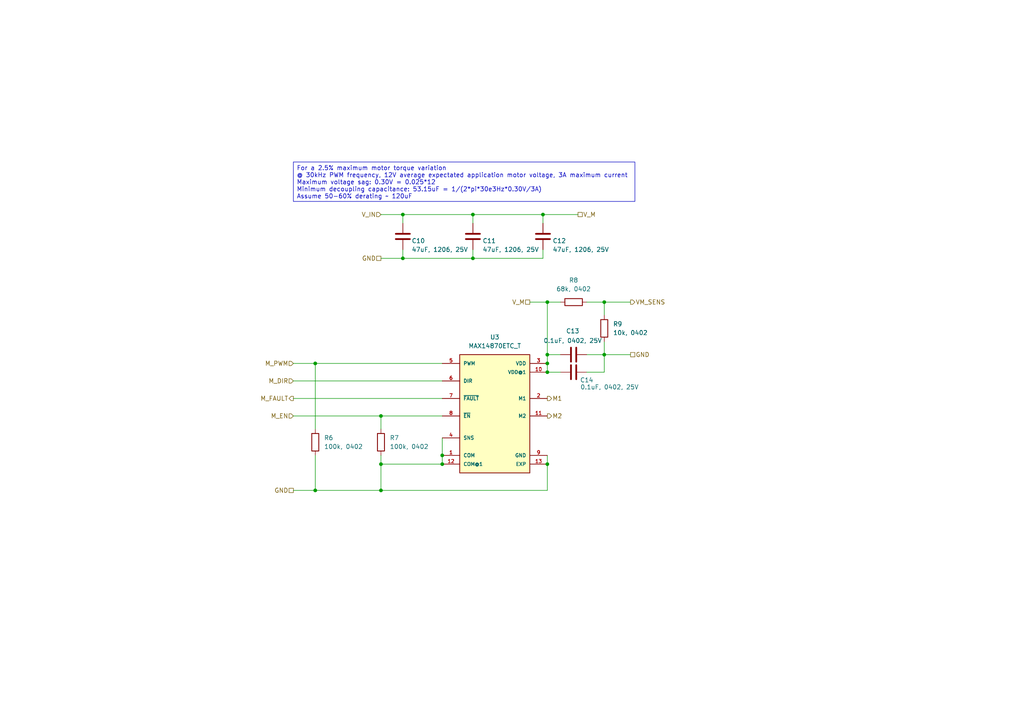
<source format=kicad_sch>
(kicad_sch (version 20250114) (generator "eeschema") (generator_version "9.0")
  (paper "A4")
  (lib_symbols
    (symbol "Device:C" (pin_numbers (hide yes)) (pin_names (offset 0.254))
      (property "Reference" "C" (at 0.635 2.54 0))
      (property "Value" "C" (at 0.635 -2.54 0))
      (symbol "C_0_1"
        (polyline (pts (xy -2.032 0.762) (xy 2.032 0.762)) (stroke (width 0.508)))
        (polyline (pts (xy -2.032 -0.762) (xy 2.032 -0.762)) (stroke (width 0.508)))
      )
      (symbol "C_1_1"
        (pin passive line (at 0 3.81 270) (length 2.794) (name "~") (number "1"))
        (pin passive line (at 0 -3.81 90) (length 2.794) (name "~") (number "2"))
      )
    )
    (symbol "Device:R" (pin_numbers (hide yes)) (pin_names (offset 0))
      (property "Reference" "R" (at 2.032 0 90))
      (property "Value" "R" (at 0 0 90))
      (symbol "R_0_1"
        (rectangle (start -1.016 -2.54) (end 1.016 2.54) (stroke (width 0.254)))
      )
      (symbol "R_1_1"
        (pin passive line (at 0 3.81 270) (length 1.27) (name "~") (number "1"))
        (pin passive line (at 0 -3.81 90) (length 1.27) (name "~") (number "2"))
      )
    )
    (symbol "MAX14870ETC_T:MAX14870ETC_T" (pin_names (offset 1.016))
      (property "Reference" "U5" (at 0 20.32 0))
      (property "Value" "MAX14870ETC_T" (at 0 17.78 0))
      (symbol "MAX14870ETC_T_0_0"
        (rectangle (start -10.16 15.24) (end 10.16 -19.05) (stroke (width 0.254)) (fill (type background)))
        (pin input line (at -15.24 12.7 0) (length 5.08) (name "PWM") (number "5"))
        (pin input line (at -15.24 7.62 0) (length 5.08) (name "DIR") (number "6"))
        (pin output line (at -15.24 2.54 0) (length 5.08) (name "~{FAULT}") (number "7"))
        (pin input line (at -15.24 -2.54 0) (length 5.08) (name "~{EN}") (number "8"))
        (pin input line (at -15.24 -8.89 0) (length 5.08) (name "SNS") (number "4"))
        (pin output line (at -15.24 -13.97 0) (length 5.08) (name "COM") (number "1"))
        (pin output line (at -15.24 -16.51 0) (length 5.08) (name "COM@1") (number "12"))
        (pin power_in line (at 15.24 12.7 180) (length 5.08) (name "VDD") (number "3"))
        (pin power_in line (at 15.24 10.16 180) (length 5.08) (name "VDD@1") (number "10"))
        (pin output line (at 15.24 2.54 180) (length 5.08) (name "M1") (number "2"))
        (pin output line (at 15.24 -2.54 180) (length 5.08) (name "M2") (number "11"))
        (pin power_in line (at 15.24 -13.97 180) (length 5.08) (name "GND") (number "9"))
        (pin power_in line (at 15.24 -16.51 180) (length 5.08) (name "EXP") (number "13"))
      )
    )
  )
  (text_box "For a 2.5% maximum motor torque variation\n@ 30kHz PWM frequency, 12V average expectated application motor voltage, 3A maximum current\nMaximum voltage sag: 0.30V = 0.025*12\nMinimum decoupling capacitance: 53.15uF = 1/(2*pi*30e3Hz*0.30V/3A)\nAssume 50-60% derating ~ 120uF" (at 85.09 46.99 0) (size 99.06 11.43) (margins 0.9525 0.9525 0.9525 0.9525) (effects (font (size 1.27 1.27)) (justify left top)))
  (junction (at 158.75 134.62))
  (junction (at 128.27 132.08))
  (junction (at 110.49 134.62))
  (junction (at 158.75 102.87))
  (junction (at 137.16 62.23))
  (junction (at 158.75 105.41))
  (junction (at 158.75 87.63))
  (junction (at 116.84 62.23))
  (junction (at 110.49 142.24))
  (junction (at 91.44 142.24))
  (junction (at 175.26 102.87))
  (junction (at 158.75 107.95))
  (junction (at 116.84 74.93))
  (junction (at 128.27 134.62))
  (junction (at 175.26 87.63))
  (junction (at 91.44 105.41))
  (junction (at 157.48 62.23))
  (junction (at 110.49 120.65))
  (junction (at 137.16 74.93))
  (wire (pts (xy 137.16 72.39) (xy 137.16 74.93)))
  (wire (pts (xy 91.44 142.24) (xy 91.44 132.08)))
  (wire (pts (xy 110.49 134.62) (xy 110.49 142.24)))
  (wire (pts (xy 85.09 110.49) (xy 128.27 110.49)))
  (wire (pts (xy 116.84 74.93) (xy 137.16 74.93)))
  (wire (pts (xy 162.56 107.95) (xy 158.75 107.95)))
  (wire (pts (xy 137.16 74.93) (xy 157.48 74.93)))
  (wire (pts (xy 116.84 72.39) (xy 116.84 74.93)))
  (wire (pts (xy 110.49 132.08) (xy 110.49 134.62)))
  (wire (pts (xy 170.18 102.87) (xy 175.26 102.87)))
  (wire (pts (xy 137.16 62.23) (xy 157.48 62.23)))
  (wire (pts (xy 110.49 134.62) (xy 128.27 134.62)))
  (wire (pts (xy 158.75 102.87) (xy 162.56 102.87)))
  (wire (pts (xy 128.27 132.08) (xy 128.27 134.62)))
  (wire (pts (xy 175.26 87.63) (xy 175.26 91.44)))
  (wire (pts (xy 110.49 142.24) (xy 91.44 142.24)))
  (wire (pts (xy 175.26 102.87) (xy 182.88 102.87)))
  (wire (pts (xy 110.49 62.23) (xy 116.84 62.23)))
  (wire (pts (xy 110.49 74.93) (xy 116.84 74.93)))
  (wire (pts (xy 110.49 120.65) (xy 128.27 120.65)))
  (wire (pts (xy 175.26 107.95) (xy 175.26 102.87)))
  (wire (pts (xy 91.44 105.41) (xy 91.44 124.46)))
  (wire (pts (xy 170.18 107.95) (xy 175.26 107.95)))
  (wire (pts (xy 158.75 105.41) (xy 158.75 107.95)))
  (wire (pts (xy 85.09 105.41) (xy 91.44 105.41)))
  (wire (pts (xy 110.49 142.24) (xy 158.75 142.24)))
  (wire (pts (xy 157.48 64.77) (xy 157.48 62.23)))
  (wire (pts (xy 85.09 120.65) (xy 110.49 120.65)))
  (wire (pts (xy 175.26 99.06) (xy 175.26 102.87)))
  (wire (pts (xy 85.09 115.57) (xy 128.27 115.57)))
  (wire (pts (xy 158.75 102.87) (xy 158.75 105.41)))
  (wire (pts (xy 158.75 132.08) (xy 158.75 134.62)))
  (wire (pts (xy 110.49 120.65) (xy 110.49 124.46)))
  (wire (pts (xy 128.27 127) (xy 128.27 132.08)))
  (wire (pts (xy 158.75 87.63) (xy 162.56 87.63)))
  (wire (pts (xy 158.75 134.62) (xy 158.75 142.24)))
  (wire (pts (xy 175.26 87.63) (xy 182.88 87.63)))
  (wire (pts (xy 170.18 87.63) (xy 175.26 87.63)))
  (wire (pts (xy 116.84 64.77) (xy 116.84 62.23)))
  (wire (pts (xy 137.16 62.23) (xy 137.16 64.77)))
  (wire (pts (xy 116.84 62.23) (xy 137.16 62.23)))
  (wire (pts (xy 158.75 87.63) (xy 158.75 102.87)))
  (wire (pts (xy 85.09 142.24) (xy 91.44 142.24)))
  (wire (pts (xy 157.48 72.39) (xy 157.48 74.93)))
  (wire (pts (xy 157.48 62.23) (xy 167.64 62.23)))
  (wire (pts (xy 91.44 105.41) (xy 128.27 105.41)))
  (wire (pts (xy 153.67 87.63) (xy 158.75 87.63)))
  (hierarchical_label "GND" (shape passive) (at 182.88 102.87 0))
  (hierarchical_label "VM_SENS" (shape output) (at 182.88 87.63 0))
  (hierarchical_label "V_IN" (shape input) (at 110.49 62.23 180))
  (hierarchical_label "V_M" (shape passive) (at 153.67 87.63 180))
  (hierarchical_label "GND" (shape passive) (at 85.09 142.24 180))
  (hierarchical_label "M_EN" (shape input) (at 85.09 120.65 180))
  (hierarchical_label "M1" (shape output) (at 158.75 115.57 0))
  (hierarchical_label "M_DIR" (shape input) (at 85.09 110.49 180))
  (hierarchical_label "M_PWM" (shape input) (at 85.09 105.41 180))
  (hierarchical_label "V_M" (shape passive) (at 167.64 62.23 0))
  (hierarchical_label "M_FAULT" (shape output) (at 85.09 115.57 180))
  (hierarchical_label "GND" (shape passive) (at 110.49 74.93 180))
  (hierarchical_label "M2" (shape output) (at 158.75 120.65 0))
  (symbol (lib_id "Device:R") (at 91.44 128.27 0) (unit 1)
    (property "Reference" "R6" (at 93.98 126.9999 0) (effects (justify left)))
    (property "Value" "100k, 0402" (at 93.98 129.5399 0) (effects (justify left)))
    (property "Footprint" "Resistor_SMD:R_0402_1005Metric" (effects (hide yes)))
    (property "Description" "Resistor" (effects (hide yes)))
    (instances (project "" (path "" (reference "R6") (unit 1)) (path "" (reference "R10") (unit 1))))
  )
  (symbol (lib_id "Device:R") (at 166.37 87.63 90) (unit 1)
    (property "Reference" "R8" (at 166.37 81.28 90))
    (property "Value" "68k, 0402" (at 166.37 83.82 90))
    (property "Footprint" "Resistor_SMD:R_0402_1005Metric" (effects (hide yes)))
    (property "Description" "Resistor" (effects (hide yes)))
    (instances (project "hammerhead_kicad" (path "" (reference "R8") (unit 1)) (path "" (reference "R12") (unit 1))))
  )
  (symbol (lib_id "Device:C") (at 137.16 68.58 0) (unit 1)
    (property "Reference" "C11" (at 139.954 69.85 0) (effects (justify left)))
    (property "Value" "47uF, 1206, 25V" (at 139.954 72.39 0) (effects (justify left)))
    (property "Footprint" "Capacitor_SMD:C_1206_3216Metric" (effects (hide yes)))
    (property "Description" "Unpolarized capacitor" (effects (hide yes)))
    (instances (project "hammerhead_kicad_v2" (path "" (reference "C11") (unit 1)) (path "" (reference "C16") (unit 1))))
  )
  (symbol (lib_id "Device:C") (at 157.48 68.58 0) (unit 1)
    (property "Reference" "C12" (at 160.274 69.85 0) (effects (justify left)))
    (property "Value" "47uF, 1206, 25V" (at 160.274 72.39 0) (effects (justify left)))
    (property "Footprint" "Capacitor_SMD:C_1206_3216Metric" (effects (hide yes)))
    (property "Description" "Unpolarized capacitor" (effects (hide yes)))
    (instances (project "hammerhead_kicad" (path "" (reference "C12") (unit 1)) (path "" (reference "C17") (unit 1))))
  )
  (symbol (lib_id "Device:R") (at 110.49 128.27 0) (unit 1)
    (property "Reference" "R7" (at 113.03 126.9999 0) (effects (justify left)))
    (property "Value" "100k, 0402" (at 113.03 129.5399 0) (effects (justify left)))
    (property "Footprint" "Resistor_SMD:R_0402_1005Metric" (effects (hide yes)))
    (property "Description" "Resistor" (effects (hide yes)))
    (instances (project "" (path "" (reference "R7") (unit 1)) (path "" (reference "R11") (unit 1))))
  )
  (symbol (lib_id "Device:C") (at 166.37 102.87 90) (unit 1)
    (property "Reference" "C13" (at 166.116 96.012 90))
    (property "Value" "0.1uF, 0402, 25V" (at 166.116 98.806 90))
    (property "Footprint" "Capacitor_SMD:C_0402_1005Metric" (effects (hide yes)))
    (property "Description" "Unpolarized capacitor" (effects (hide yes)))
    (instances (project "" (path "" (reference "C13") (unit 1)) (path "" (reference "C18") (unit 1))))
  )
  (symbol (lib_id "Device:C") (at 166.37 107.95 90) (unit 1)
    (property "Reference" "C14" (at 170.18 110.236 90))
    (property "Value" "0.1uF, 0402, 25V" (at 176.784 112.268 90))
    (property "Footprint" "Capacitor_SMD:C_0402_1005Metric" (effects (hide yes)))
    (property "Description" "Unpolarized capacitor" (effects (hide yes)))
    (instances (project "hammerhead_kicad" (path "" (reference "C14") (unit 1)) (path "" (reference "C19") (unit 1))))
  )
  (symbol (lib_id "Device:C") (at 116.84 68.58 0) (unit 1)
    (property "Reference" "C10" (at 119.38 69.85 0) (effects (justify left)))
    (property "Value" "47uF, 1206, 25V" (at 119.38 72.39 0) (effects (justify left)))
    (property "Footprint" "Capacitor_SMD:C_1206_3216Metric" (effects (hide yes)))
    (property "Description" "Unpolarized capacitor" (effects (hide yes)))
    (instances (project "hammerhead_kicad_v2" (path "" (reference "C10") (unit 1)) (path "" (reference "C15") (unit 1))))
  )
  (symbol (lib_id "MAX14870ETC_T:MAX14870ETC_T") (at 143.51 118.11 0) (unit 1)
    (property "Reference" "U3" (at 143.51 97.79 0))
    (property "Value" "MAX14870ETC_T" (at 143.51 100.33 0))
    (property "Footprint" "MAX14870ETC_T:SON50P300X300X80-13N" (effects (hide yes)))
    (property "Datasheet" "https://www.analog.com/media/en/technical-documentation/data-sheets/max14870-max14872.pdf" (effects (hide yes)))
    (property "MANUFACTURER" "Maxim Integrated" (effects (hide yes)))
    (instances (project "" (path "" (reference "U3") (unit 1)) (path "" (reference "U4") (unit 1))))
  )
  (symbol (lib_id "Device:R") (at 175.26 95.25 180) (unit 1)
    (property "Reference" "R9" (at 177.8 93.9799 0) (effects (justify right)))
    (property "Value" "10k, 0402" (at 177.8 96.5199 0) (effects (justify right)))
    (property "Footprint" "Resistor_SMD:R_0402_1005Metric" (effects (hide yes)))
    (property "Description" "Resistor" (effects (hide yes)))
    (instances (project "hammerhead_kicad" (path "" (reference "R9") (unit 1)) (path "" (reference "R13") (unit 1))))
  )
)
</source>
